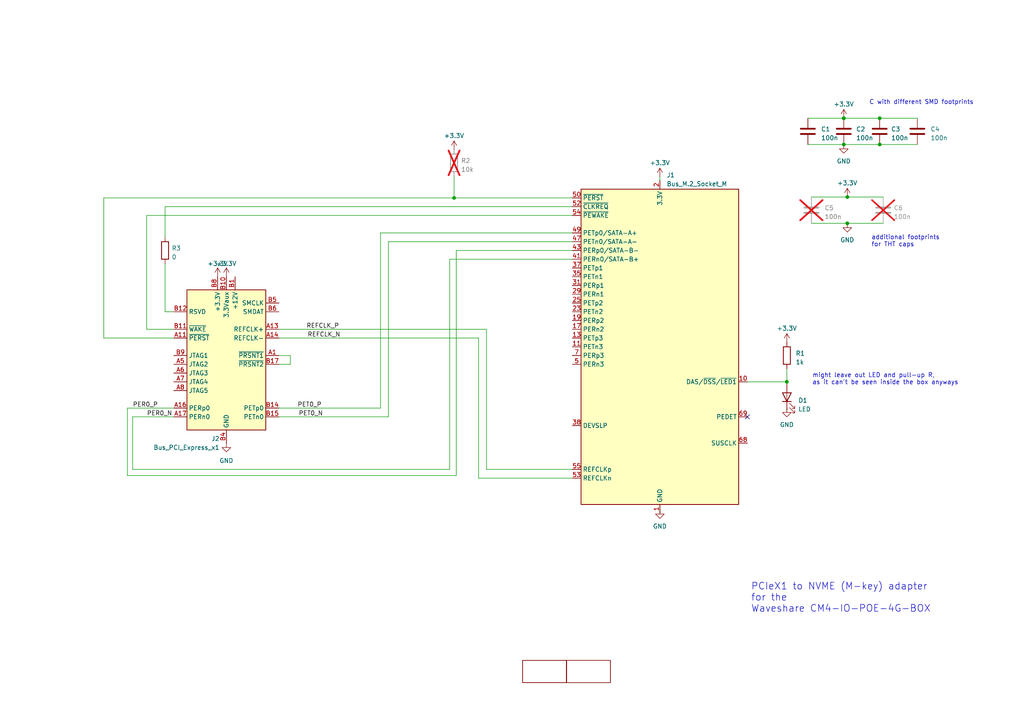
<source format=kicad_sch>
(kicad_sch (version 20230121) (generator eeschema)
  (paper "A4")
  (title_block (title "WS-CM4-PoE-4G PCIeX1 to M.2 (M) NVME adapter") (date "2023-03-20") (rev "0.8.2") (company "Sönke J. Peters"))
  (lib_symbols
    (symbol "Connector:Bus_M.2_Socket_M"
      (property "Reference" "J" (at -22.86 46.99 0))
      (property "Value" "Bus_M.2_Socket_M" (at 16.51 46.99 0))
      (symbol "Bus_M.2_Socket_M_0_1"
        (rectangle (start -22.86 45.72) (end 22.86 -45.72) (stroke (width 0.254)) (fill (type background)))
      )
      (symbol "Bus_M.2_Socket_M_1_1"
        (pin power_in line (at 0 -48.26 90) (length 2.54) (name "GND") (number "1"))
        (pin bidirectional line (at 25.4 -10.16 180) (length 2.54) (name "DAS/~{DSS}/~{LED1}") (number "10"))
        (pin output line (at -25.4 0 0) (length 2.54) (name "PETn3") (number "11"))
        (pin passive line (at 0 48.26 270) (length 2.54) hide (name "3.3V") (number "12"))
        (pin output line (at -25.4 2.54 0) (length 2.54) (name "PETp3") (number "13"))
        (pin passive line (at 0 48.26 270) (length 2.54) hide (name "3.3V") (number "14"))
        (pin passive line (at 0 -48.26 90) (length 2.54) hide (name "GND") (number "15"))
        (pin passive line (at 0 48.26 270) (length 2.54) hide (name "3.3V") (number "16"))
        (pin input line (at -25.4 5.08 0) (length 2.54) (name "PERn2") (number "17"))
        (pin passive line (at 0 48.26 270) (length 2.54) hide (name "3.3V") (number "18"))
        (pin input line (at -25.4 7.62 0) (length 2.54) (name "PERp2") (number "19"))
        (pin power_in line (at 0 48.26 270) (length 2.54) (name "3.3V") (number "2"))
        (pin no_connect line (at 22.86 2.54 180) (length 2.54) hide (name "NC") (number "20"))
        (pin passive line (at 0 -48.26 90) (length 2.54) hide (name "GND") (number "21"))
        (pin no_connect line (at 22.86 5.08 180) (length 2.54) hide (name "NC") (number "22"))
        (pin output line (at -25.4 10.16 0) (length 2.54) (name "PETn2") (number "23"))
        (pin no_connect line (at 22.86 7.62 180) (length 2.54) hide (name "NC") (number "24"))
        (pin output line (at -25.4 12.7 0) (length 2.54) (name "PETp2") (number "25"))
        (pin no_connect line (at 22.86 10.16 180) (length 2.54) hide (name "NC") (number "26"))
        (pin passive line (at 0 -48.26 90) (length 2.54) hide (name "GND") (number "27"))
        (pin no_connect line (at 22.86 12.7 180) (length 2.54) hide (name "NC") (number "28"))
        (pin input line (at -25.4 15.24 0) (length 2.54) (name "PERn1") (number "29"))
        (pin passive line (at 0 -48.26 90) (length 2.54) hide (name "GND") (number "3"))
        (pin no_connect line (at 22.86 15.24 180) (length 2.54) hide (name "NC") (number "30"))
        (pin input line (at -25.4 17.78 0) (length 2.54) (name "PERp1") (number "31"))
        (pin no_connect line (at 22.86 17.78 180) (length 2.54) hide (name "NC") (number "32"))
        (pin passive line (at 0 -48.26 90) (length 2.54) hide (name "GND") (number "33"))
        (pin no_connect line (at 22.86 20.32 180) (length 2.54) hide (name "NC") (number "34"))
        (pin output line (at -25.4 20.32 0) (length 2.54) (name "PETn1") (number "35"))
        (pin no_connect line (at 22.86 22.86 180) (length 2.54) hide (name "NC") (number "36"))
        (pin output line (at -25.4 22.86 0) (length 2.54) (name "PETp1") (number "37"))
        (pin output line (at -25.4 -22.86 0) (length 2.54) (name "DEVSLP") (number "38"))
        (pin passive line (at 0 -48.26 90) (length 2.54) hide (name "GND") (number "39"))
        (pin passive line (at 0 48.26 270) (length 2.54) hide (name "3.3V") (number "4"))
        (pin no_connect line (at 22.86 25.4 180) (length 2.54) hide (name "NC") (number "40"))
        (pin input line (at -25.4 25.4 0) (length 2.54) (name "PERn0/SATA-B+") (number "41"))
        (pin no_connect line (at 22.86 27.94 180) (length 2.54) hide (name "NC") (number "42"))
        (pin input line (at -25.4 27.94 0) (length 2.54) (name "PERp0/SATA-B-") (number "43"))
        (pin no_connect line (at 22.86 30.48 180) (length 2.54) hide (name "NC") (number "44"))
        (pin passive line (at 0 -48.26 90) (length 2.54) hide (name "GND") (number "45"))
        (pin no_connect line (at 22.86 33.02 180) (length 2.54) hide (name "NC") (number "46"))
        (pin output line (at -25.4 30.48 0) (length 2.54) (name "PETn0/SATA-A-") (number "47"))
        (pin no_connect line (at 22.86 35.56 180) (length 2.54) hide (name "NC") (number "48"))
        (pin output line (at -25.4 33.02 0) (length 2.54) (name "PETp0/SATA-A+") (number "49"))
        (pin input line (at -25.4 -5.08 0) (length 2.54) (name "PERn3") (number "5"))
        (pin output line (at -25.4 43.18 0) (length 2.54) (name "~{PERST}") (number "50"))
        (pin passive line (at 0 -48.26 90) (length 2.54) hide (name "GND") (number "51"))
        (pin bidirectional line (at -25.4 40.64 0) (length 2.54) (name "~{CLKREQ}") (number "52"))
        (pin output line (at -25.4 -38.1 0) (length 2.54) (name "REFCLKn") (number "53"))
        (pin bidirectional line (at -25.4 38.1 0) (length 2.54) (name "~{PEWAKE}") (number "54"))
        (pin output line (at -25.4 -35.56 0) (length 2.54) (name "REFCLKp") (number "55"))
        (pin no_connect line (at 22.86 38.1 180) (length 2.54) hide (name "NC") (number "56"))
        (pin passive line (at 0 -48.26 90) (length 2.54) hide (name "GND") (number "57"))
        (pin no_connect line (at 22.86 40.64 180) (length 2.54) hide (name "NC") (number "58"))
        (pin no_connect line (at 22.86 -2.54 180) (length 2.54) hide (name "NC") (number "6"))
        (pin no_connect line (at 22.86 -5.08 180) (length 2.54) hide (name "NC") (number "67"))
        (pin output line (at 25.4 -27.94 180) (length 2.54) (name "SUSCLK") (number "68"))
        (pin passive line (at 25.4 -20.32 180) (length 2.54) (name "PEDET") (number "69"))
        (pin input line (at -25.4 -2.54 0) (length 2.54) (name "PERp3") (number "7"))
        (pin passive line (at 0 48.26 270) (length 2.54) hide (name "3.3V") (number "70"))
        (pin passive line (at 0 -48.26 90) (length 2.54) hide (name "GND") (number "71"))
        (pin passive line (at 0 48.26 270) (length 2.54) hide (name "3.3V") (number "72"))
        (pin passive line (at 0 -48.26 90) (length 2.54) hide (name "GND") (number "73"))
        (pin passive line (at 0 48.26 270) (length 2.54) hide (name "3.3V") (number "74"))
        (pin passive line (at 0 -48.26 90) (length 2.54) hide (name "GND") (number "75"))
        (pin no_connect line (at 22.86 0 180) (length 2.54) hide (name "NC") (number "8"))
        (pin passive line (at 0 -48.26 90) (length 2.54) hide (name "GND") (number "9"))
      )
    )
    (symbol "Connector:Bus_PCI_Express_x1"
      (property "Reference" "J" (at -8.89 22.86 0))
      (property "Value" "Bus_PCI_Express_x1" (at 12.7 22.86 0))
      (symbol "Bus_PCI_Express_x1_0_1"
        (rectangle (start -11.43 21.59) (end 11.43 -19.05) (stroke (width 0.254)) (fill (type background)))
      )
      (symbol "Bus_PCI_Express_x1_1_1"
        (pin passive line (at -15.24 2.54 0) (length 3.81) (name "~{PRSNT1}") (number "A1"))
        (pin passive line (at 2.54 25.4 270) (length 3.81) hide (name "+3.3V") (number "A10"))
        (pin input line (at 15.24 7.62 180) (length 3.81) (name "~{PERST}") (number "A11"))
        (pin passive line (at 0 -22.86 90) (length 3.81) hide (name "GND") (number "A12"))
        (pin input line (at -15.24 10.16 0) (length 3.81) (name "REFCLK+") (number "A13"))
        (pin input line (at -15.24 7.62 0) (length 3.81) (name "REFCLK-") (number "A14"))
        (pin passive line (at 0 -22.86 90) (length 3.81) hide (name "GND") (number "A15"))
        (pin output line (at 15.24 -12.7 180) (length 3.81) (name "PERp0") (number "A16"))
        (pin output line (at 15.24 -15.24 180) (length 3.81) (name "PERn0") (number "A17"))
        (pin passive line (at 0 -22.86 90) (length 3.81) hide (name "GND") (number "A18"))
        (pin passive line (at -2.54 25.4 270) (length 3.81) hide (name "+12V") (number "A2"))
        (pin passive line (at -2.54 25.4 270) (length 3.81) hide (name "+12V") (number "A3"))
        (pin passive line (at 0 -22.86 90) (length 3.81) hide (name "GND") (number "A4"))
        (pin input line (at 15.24 0 180) (length 3.81) (name "JTAG2") (number "A5"))
        (pin input line (at 15.24 -2.54 180) (length 3.81) (name "JTAG3") (number "A6"))
        (pin output line (at 15.24 -5.08 180) (length 3.81) (name "JTAG4") (number "A7"))
        (pin input line (at 15.24 -7.62 180) (length 3.81) (name "JTAG5") (number "A8"))
        (pin passive line (at 2.54 25.4 270) (length 3.81) hide (name "+3.3V") (number "A9"))
        (pin power_in line (at -2.54 25.4 270) (length 3.81) (name "+12V") (number "B1"))
        (pin power_in line (at 0 25.4 270) (length 3.81) (name "3.3Vaux") (number "B10"))
        (pin open_collector line (at 15.24 10.16 180) (length 3.81) (name "~{WAKE}") (number "B11"))
        (pin passive line (at 15.24 15.24 180) (length 3.81) (name "RSVD") (number "B12"))
        (pin passive line (at 0 -22.86 90) (length 3.81) hide (name "GND") (number "B13"))
        (pin input line (at -15.24 -12.7 0) (length 3.81) (name "PETp0") (number "B14"))
        (pin input line (at -15.24 -15.24 0) (length 3.81) (name "PETn0") (number "B15"))
        (pin passive line (at 0 -22.86 90) (length 3.81) hide (name "GND") (number "B16"))
        (pin passive line (at -15.24 0 0) (length 3.81) (name "~{PRSNT2}") (number "B17"))
        (pin passive line (at 0 -22.86 90) (length 3.81) hide (name "GND") (number "B18"))
        (pin passive line (at -2.54 25.4 270) (length 3.81) hide (name "+12V") (number "B2"))
        (pin passive line (at -2.54 25.4 270) (length 3.81) hide (name "+12V") (number "B3"))
        (pin power_in line (at 0 -22.86 90) (length 3.81) (name "GND") (number "B4"))
        (pin input line (at -15.24 17.78 0) (length 3.81) (name "SMCLK") (number "B5"))
        (pin bidirectional line (at -15.24 15.24 0) (length 3.81) (name "SMDAT") (number "B6"))
        (pin passive line (at 0 -22.86 90) (length 3.81) hide (name "GND") (number "B7"))
        (pin power_in line (at 2.54 25.4 270) (length 3.81) (name "+3.3V") (number "B8"))
        (pin input line (at 15.24 2.54 180) (length 3.81) (name "JTAG1") (number "B9"))
      )
    )
    (symbol "Device:C" (pin_numbers hide) (pin_names (offset 0.254))
      (property "Reference" "C" (at 0.635 2.54 0))
      (property "Value" "C" (at 0.635 -2.54 0))
      (symbol "C_0_1"
        (polyline (pts (xy -2.032 -0.762) (xy 2.032 -0.762)) (stroke (width 0.508)))
        (polyline (pts (xy -2.032 0.762) (xy 2.032 0.762)) (stroke (width 0.508)))
      )
      (symbol "C_1_1"
        (pin passive line (at 0 3.81 270) (length 2.794) (name "~") (number "1"))
        (pin passive line (at 0 -3.81 90) (length 2.794) (name "~") (number "2"))
      )
    )
    (symbol "Device:LED" (pin_numbers hide) (pin_names (offset 1.016) hide)
      (property "Reference" "D" (at 0 2.54 0))
      (property "Value" "LED" (at 0 -2.54 0))
      (symbol "LED_0_1"
        (polyline (pts (xy -1.27 -1.27) (xy -1.27 1.27)) (stroke (width 0.254)))
        (polyline (pts (xy -1.27 0) (xy 1.27 0)))
        (polyline (pts (xy 1.27 -1.27) (xy 1.27 1.27) (xy -1.27 0) (xy 1.27 -1.27)) (stroke (width 0.254)))
        (polyline (pts (xy -3.048 -0.762) (xy -4.572 -2.286) (xy -3.81 -2.286) (xy -4.572 -2.286) (xy -4.572 -1.524)))
        (polyline (pts (xy -1.778 -0.762) (xy -3.302 -2.286) (xy -2.54 -2.286) (xy -3.302 -2.286) (xy -3.302 -1.524)))
      )
      (symbol "LED_1_1"
        (pin passive line (at -3.81 0 0) (length 2.54) (name "K") (number "1"))
        (pin passive line (at 3.81 0 180) (length 2.54) (name "A") (number "2"))
      )
    )
    (symbol "Device:R" (pin_numbers hide) (pin_names (offset 0))
      (property "Reference" "R" (at 2.032 0 90))
      (property "Value" "R" (at 0 0 90))
      (symbol "R_0_1"
        (rectangle (start -1.016 -2.54) (end 1.016 2.54) (stroke (width 0.254)))
      )
      (symbol "R_1_1"
        (pin passive line (at 0 3.81 270) (length 1.27) (name "~") (number "1"))
        (pin passive line (at 0 -3.81 90) (length 1.27) (name "~") (number "2"))
      )
    )
    (symbol "power:+3.3V" (power) (pin_names (offset 0))
      (property "Value" "+3.3V" (at 0 3.556 0))
      (symbol "+3.3V_0_1"
        (polyline (pts (xy -0.762 1.27) (xy 0 2.54)))
        (polyline (pts (xy 0 0) (xy 0 2.54)))
        (polyline (pts (xy 0 2.54) (xy 0.762 1.27)))
      )
      (symbol "+3.3V_1_1"
        (pin power_in line (at 0 0 90) (length 0) hide (name "+3.3V") (number "1"))
      )
    )
    (symbol "power:GND" (power) (pin_names (offset 0))
      (property "Value" "GND" (at 0 -3.81 0))
      (symbol "GND_0_1"
        (polyline (pts (xy 0 0) (xy 0 -1.27) (xy 1.27 -1.27) (xy 0 -2.54) (xy -1.27 -1.27) (xy 0 -1.27)))
      )
      (symbol "GND_1_1"
        (pin power_in line (at 0 0 270) (length 0) hide (name "GND") (number "1"))
      )
    )
  )
  (junction (at 255.143 34.29))
  (junction (at 255.143 41.91))
  (junction (at 244.729 34.29))
  (junction (at 244.729 41.91))
  (junction (at 245.745 64.77))
  (junction (at 131.699 57.404))
  (junction (at 245.7539 57.15))
  (junction (at 228.219 110.744))
  (junction (at 244.7379 34.29))
  (no_connect (at 216.789 120.904))
  (wire (pts (xy 141.097 95.504) (xy 141.097 136.144)))
  (wire (pts (xy 38.481 120.904) (xy 38.481 136.144)))
  (wire (pts (xy 132.334 72.644) (xy 132.334 137.922)))
  (wire (pts (xy 38.481 136.144) (xy 130.429 136.144)))
  (wire (pts (xy 235.331 57.15) (xy 245.7539 57.15)))
  (wire (pts (xy 80.899 95.504) (xy 141.097 95.504)))
  (wire (pts (xy 112.649 120.904) (xy 80.899 120.904)))
  (wire (pts (xy 50.419 120.904) (xy 38.481 120.904)))
  (wire (pts (xy 245.745 64.77) (xy 256.159 64.77)))
  (wire (pts (xy 50.419 95.504) (xy 42.545 95.504)))
  (wire (pts (xy 216.789 110.744) (xy 228.219 110.744)))
  (wire (pts (xy 80.899 103.124) (xy 84.201 103.124)))
  (wire (pts (xy 42.545 95.504) (xy 42.545 62.484)))
  (wire (pts (xy 110.363 67.564) (xy 165.989 67.564)))
  (wire (pts (xy 255.143 34.29) (xy 266.065 34.29)))
  (wire (pts (xy 244.729 41.91) (xy 255.143 41.91)))
  (wire (pts (xy 110.363 118.364) (xy 110.363 67.564)))
  (wire (pts (xy 47.879 68.834) (xy 47.879 59.944)))
  (wire (pts (xy 84.201 103.124) (xy 84.201 105.664)))
  (wire (pts (xy 141.097 136.144) (xy 165.989 136.144)))
  (wire (pts (xy 130.429 75.184) (xy 165.989 75.184)))
  (wire (pts (xy 165.989 72.644) (xy 132.334 72.644)))
  (wire (pts (xy 130.429 136.144) (xy 130.429 75.184)))
  (wire (pts (xy 255.143 41.91) (xy 266.065 41.91)))
  (wire (pts (xy 244.7379 34.29) (xy 255.143 34.29)))
  (wire (pts (xy 47.879 76.454) (xy 47.879 90.424)))
  (wire (pts (xy 138.811 138.684) (xy 138.811 98.044)))
  (wire (pts (xy 131.699 51.054) (xy 131.699 57.404)))
  (wire (pts (xy 191.389 52.324) (xy 191.389 51.308)))
  (wire (pts (xy 235.331 64.77) (xy 245.745 64.77)))
  (wire (pts (xy 30.099 98.044) (xy 30.099 57.404)))
  (wire (pts (xy 112.649 70.104) (xy 112.649 120.904)))
  (wire (pts (xy 42.545 62.484) (xy 165.989 62.484)))
  (wire (pts (xy 84.201 105.664) (xy 80.899 105.664)))
  (wire (pts (xy 228.219 110.744) (xy 228.219 111.379)))
  (wire (pts (xy 234.315 41.91) (xy 244.729 41.91)))
  (wire (pts (xy 131.699 57.404) (xy 165.989 57.404)))
  (wire (pts (xy 132.334 137.922) (xy 36.957 137.922)))
  (wire (pts (xy 30.099 98.044) (xy 50.419 98.044)))
  (wire (pts (xy 191.389 148.844) (xy 191.389 147.828)))
  (wire (pts (xy 234.315 34.29) (xy 244.729 34.29)))
  (wire (pts (xy 228.219 118.999) (xy 228.219 118.364)))
  (wire (pts (xy 47.879 90.424) (xy 50.419 90.424)))
  (wire (pts (xy 47.879 59.944) (xy 165.989 59.944)))
  (wire (pts (xy 36.957 118.364) (xy 50.419 118.364)))
  (wire (pts (xy 36.957 137.922) (xy 36.957 118.364)))
  (wire (pts (xy 244.729 34.29) (xy 244.7379 34.29)))
  (wire (pts (xy 245.7539 57.15) (xy 256.159 57.15)))
  (wire (pts (xy 138.811 98.044) (xy 80.899 98.044)))
  (wire (pts (xy 228.219 106.934) (xy 228.219 110.744)))
  (wire (pts (xy 80.899 118.364) (xy 110.363 118.364)))
  (wire (pts (xy 165.989 138.684) (xy 138.811 138.684)))
  (wire (pts (xy 30.099 57.404) (xy 131.699 57.404)))
  (wire (pts (xy 165.989 70.104) (xy 112.649 70.104)))
  (text "C with different SMD footprints" (at 252.095 30.48 0) (effects (font (size 1.27 1.27)) (justify left bottom)))
  (text "PCIeX1 to NVME (M-key) adapter\nfor the\nWaveshare CM4-IO-POE-4G-BOX" (at 217.805 177.8 0) (effects (font (size 2 2)) (justify left bottom)))
  (text "additional footprints\nfor THT caps" (at 252.73 71.755 0) (effects (font (size 1.27 1.27)) (justify left bottom)))
  (text "might leave out LED and pull-up R,\nas it can't be seen inside the box anyways" (at 235.585 111.76 0) (effects (font (size 1.27 1.27)) (justify left bottom)))
  (label "PET0_P" (at 86.2675 118.364 0))
  (label "REFCLK_P" (at 88.8499 95.504 0))
  (label "REFCLK_N" (at 89.1769 98.044 0))
  (label "PET0_N" (at 86.5945 120.904 0))
  (label "PER0_P" (at 38.4833 118.364 0))
  (label "PER0_N" (at 42.5711 120.904 0))
  (symbol (lib_id "Device:R") (at 228.219 103.124 0) (unit 1)
    (property "Reference" "R1" (at 230.759 102.489 0) (effects (justify left)))
    (property "Value" "1k" (at 230.759 105.029 0) (effects (justify left)))
    (property "Footprint" "Resistor_SMD:R_0603_1608Metric" (effects hide))
  )
  (symbol (lib_id "power:GND") (at 228.219 118.364 0) (unit 1)
    (property "Reference" "#PWR012" (effects hide))
    (property "Value" "GND" (at 228.219 123.19 0))
  )
  (symbol (lib_id "power:+3.3V") (at 65.659 80.264 0) (unit 1)
    (property "Reference" "#PWR05" (effects hide))
    (property "Value" "+3.3V" (at 65.659 76.454 0))
  )
  (symbol (lib_id "Connector:Bus_PCI_Express_x1") (at 65.659 105.664 0) (mirror y) (unit 1)
    (property "Reference" "J2" (at 63.7031 127.254 0) (effects (justify left)))
    (property "Value" "Bus_PCI_Express_x1" (at 63.7031 129.794 0) (effects (justify left)))
    (property "Footprint" "Library:BUS_PCIexpress_x1 hor_1" (effects hide))
    (property "Datasheet" "http://www.ritrontek.com/uploadfile/2016/1026/20161026105231124.pdf#page=63" (effects hide))
  )
  (symbol (lib_id "Device:C") (at 244.729 38.1 0) (unit 1)
    (property "Reference" "C2" (at 248.285 37.465 0) (effects (justify left)))
    (property "Value" "100n" (at 248.285 40.005 0) (effects (justify left)))
    (property "Footprint" "Capacitor_SMD:C_1206_3216Metric" (effects hide))
  )
  (symbol (lib_id "Device:C") (at 234.315 38.1 0) (unit 1)
    (property "Reference" "C1" (at 238.125 37.465 0) (effects (justify left)))
    (property "Value" "100n" (at 238.125 40.005 0) (effects (justify left)))
    (property "Footprint" "Capacitor_SMD:C_1206_3216Metric" (effects hide))
  )
  (symbol (lib_id "Device:C") (at 256.159 60.96 0) (unit 1) (dnp yes)
    (property "Reference" "C6" (at 259.207 60.325 0) (effects (justify left)))
    (property "Value" "100n" (at 259.207 62.865 0) (effects (justify left)))
    (property "Footprint" "Capacitor_THT:C_Disc_D3.0mm_W1.6mm_P2.50mm" (effects hide))
  )
  (symbol (lib_id "Device:C") (at 266.065 38.1 0) (unit 1)
    (property "Reference" "C4" (at 269.875 37.465 0) (effects (justify left)))
    (property "Value" "100n" (at 269.875 40.005 0) (effects (justify left)))
    (property "Footprint" "Capacitor_SMD:C_0603_1608Metric" (effects hide))
  )
  (symbol (lib_id "Connector:Bus_M.2_Socket_M") (at 191.389 100.584 0) (unit 1)
    (property "Reference" "J1" (at 193.3449 50.8 0) (effects (justify left)))
    (property "Value" "Bus_M.2_Socket_M" (at 193.3449 53.34 0) (effects (justify left)))
    (property "Footprint" "Library:TE_1-2199230-6 M2 2280" (effects hide))
    (property "Datasheet" "http://read.pudn.com/downloads794/doc/project/3133918/PCIe_M.2_Electromechanical_Spec_Rev1.0_Final_11012013_RS_Clean.pdf#page=155" (effects hide))
    (property "MfG" "Lotes APCI0079-P002A" (effects hide))
    (property "JLCPCB" "C841651" (effects hide))
    (property "PartGroup" "Card Edge Connectors " (effects hide))
  )
  (symbol (lib_id "power:+3.3V") (at 63.119 80.264 0) (unit 1)
    (property "Reference" "#PWR04" (effects hide))
    (property "Value" "+3.3V" (at 63.119 76.454 0))
  )
  (symbol (lib_id "power:GND") (at 244.729 41.91 0) (unit 1)
    (property "Reference" "#PWR03" (effects hide))
    (property "Value" "GND" (at 244.729 46.736 0))
  )
  (symbol (lib_id "power:+3.3V") (at 131.699 43.434 0) (unit 1)
    (property "Reference" "#PWR014" (effects hide))
    (property "Value" "+3.3V" (at 131.699 39.37 0))
  )
  (symbol (lib_id "power:+3.3V") (at 191.389 51.308 0) (unit 1)
    (property "Reference" "#PWR01" (effects hide))
    (property "Value" "+3.3V" (at 191.389 47.244 0))
  )
  (symbol (lib_id "power:GND") (at 191.389 147.828 0) (unit 1)
    (property "Reference" "#PWR09" (effects hide))
    (property "Value" "GND" (at 191.389 152.654 0))
  )
  (symbol (lib_id "Device:R") (at 47.879 72.644 0) (unit 1)
    (property "Reference" "R3" (at 49.784 72.009 0) (effects (justify left)))
    (property "Value" "0" (at 49.784 74.549 0) (effects (justify left)))
    (property "Footprint" "Resistor_SMD:R_0603_1608Metric" (effects hide))
  )
  (symbol (lib_id "power:GND") (at 245.745 64.77 0) (unit 1)
    (property "Reference" "#PWR07" (effects hide))
    (property "Value" "GND" (at 245.745 69.596 0))
  )
  (symbol (lib_id "power:+3.3V") (at 244.7379 34.29 0) (unit 1)
    (property "Reference" "#PWR02" (effects hide))
    (property "Value" "+3.3V" (at 244.7379 30.226 0))
  )
  (symbol (lib_id "Device:R") (at 131.699 47.244 0) (unit 1) (dnp yes)
    (property "Reference" "R2" (at 133.731 46.609 0) (effects (justify left)))
    (property "Value" "10k" (at 133.731 49.149 0) (effects (justify left)))
    (property "Footprint" "Resistor_SMD:R_0603_1608Metric" (effects hide))
  )
  (symbol (lib_id "power:+3.3V") (at 228.219 99.314 0) (unit 1)
    (property "Reference" "#PWR013" (effects hide))
    (property "Value" "+3.3V" (at 228.219 95.25 0))
  )
  (symbol (lib_id "power:+3.3V") (at 245.7539 57.15 0) (unit 1)
    (property "Reference" "#PWR06" (effects hide))
    (property "Value" "+3.3V" (at 245.7539 53.086 0))
  )
  (symbol (lib_id "Device:LED") (at 228.219 115.189 90) (unit 1)
    (property "Reference" "D1" (at 231.521 116.1415 90) (effects (justify right)))
    (property "Value" "LED" (at 231.521 118.6815 90) (effects (justify right)))
    (property "Footprint" "LED_SMD:LED_0805_2012Metric" (effects hide))
  )
  (symbol (lib_id "power:GND") (at 65.659 128.524 0) (unit 1)
    (property "Reference" "#PWR08" (effects hide))
    (property "Value" "GND" (at 65.659 133.604 0))
  )
  (symbol (lib_id "Device:C") (at 235.331 60.96 0) (unit 1) (dnp yes)
    (property "Reference" "C5" (at 239.141 60.325 0) (effects (justify left)))
    (property "Value" "100n" (at 239.141 62.865 0) (effects (justify left)))
    (property "Footprint" "Capacitor_THT:C_Disc_D3.0mm_W1.6mm_P2.50mm" (effects hide))
  )
  (symbol (lib_id "Device:C") (at 255.143 38.1 0) (unit 1)
    (property "Reference" "C3" (at 258.445 37.465 0) (effects (justify left)))
    (property "Value" "100n" (at 258.445 40.005 0) (effects (justify left)))
    (property "Footprint" "Capacitor_SMD:C_1206_3216Metric" (effects hide))
  )
  (sheet (at 164.338 191.516) (size 12.7 6.4965)
    (property "Sheetname" "pciex1_edgeconn" (effects hide))
    (property "Sheetfile" "pciex1_edgeconn.kicad_sch" (effects hide))
  )
  (sheet (at 151.5756 191.5338) (size 12.7 6.4594) (stroke (width 0.1524))
    (property "Sheetname" "mechanical" (effects hide))
    (property "Sheetfile" "mechanical.kicad_sch" (effects hide))
  )
)
</source>
